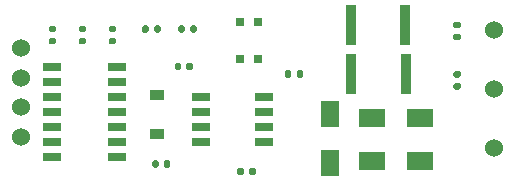
<source format=gbr>
%TF.GenerationSoftware,KiCad,Pcbnew,(5.1.10)-1*%
%TF.CreationDate,2021-09-08T08:36:34-07:00*%
%TF.ProjectId,Max 485 transmitter,4d617820-3438-4352-9074-72616e736d69,rev?*%
%TF.SameCoordinates,Original*%
%TF.FileFunction,Soldermask,Top*%
%TF.FilePolarity,Negative*%
%FSLAX46Y46*%
G04 Gerber Fmt 4.6, Leading zero omitted, Abs format (unit mm)*
G04 Created by KiCad (PCBNEW (5.1.10)-1) date 2021-09-08 08:36:34*
%MOMM*%
%LPD*%
G01*
G04 APERTURE LIST*
%ADD10C,1.524000*%
%ADD11R,0.850000X3.430000*%
%ADD12R,0.850000X3.430001*%
%ADD13R,1.550000X2.200000*%
%ADD14R,2.200000X1.550000*%
%ADD15R,1.500000X0.650000*%
%ADD16R,1.550000X0.700000*%
%ADD17R,0.800000X0.800000*%
%ADD18R,1.200000X0.900000*%
G04 APERTURE END LIST*
%TO.C,C2*%
G36*
G01*
X116720000Y-61765000D02*
X116720000Y-61425000D01*
G75*
G02*
X116860000Y-61285000I140000J0D01*
G01*
X117140000Y-61285000D01*
G75*
G02*
X117280000Y-61425000I0J-140000D01*
G01*
X117280000Y-61765000D01*
G75*
G02*
X117140000Y-61905000I-140000J0D01*
G01*
X116860000Y-61905000D01*
G75*
G02*
X116720000Y-61765000I0J140000D01*
G01*
G37*
G36*
G01*
X115760000Y-61765000D02*
X115760000Y-61425000D01*
G75*
G02*
X115900000Y-61285000I140000J0D01*
G01*
X116180000Y-61285000D01*
G75*
G02*
X116320000Y-61425000I0J-140000D01*
G01*
X116320000Y-61765000D01*
G75*
G02*
X116180000Y-61905000I-140000J0D01*
G01*
X115900000Y-61905000D01*
G75*
G02*
X115760000Y-61765000I0J140000D01*
G01*
G37*
%TD*%
%TO.C,C1*%
G36*
G01*
X118630000Y-53510000D02*
X118630000Y-53170000D01*
G75*
G02*
X118770000Y-53030000I140000J0D01*
G01*
X119050000Y-53030000D01*
G75*
G02*
X119190000Y-53170000I0J-140000D01*
G01*
X119190000Y-53510000D01*
G75*
G02*
X119050000Y-53650000I-140000J0D01*
G01*
X118770000Y-53650000D01*
G75*
G02*
X118630000Y-53510000I0J140000D01*
G01*
G37*
G36*
G01*
X117670000Y-53510000D02*
X117670000Y-53170000D01*
G75*
G02*
X117810000Y-53030000I140000J0D01*
G01*
X118090000Y-53030000D01*
G75*
G02*
X118230000Y-53170000I0J-140000D01*
G01*
X118230000Y-53510000D01*
G75*
G02*
X118090000Y-53650000I-140000J0D01*
G01*
X117810000Y-53650000D01*
G75*
G02*
X117670000Y-53510000I0J140000D01*
G01*
G37*
%TD*%
D10*
%TO.C,Converter101*%
X104673000Y-51769000D03*
X104673000Y-54269000D03*
X104673000Y-56769000D03*
X104673000Y-59269000D03*
X144673000Y-50269000D03*
X144673000Y-55269000D03*
X144673000Y-60269000D03*
%TD*%
D11*
%TO.C,F101*%
X137193000Y-49781500D03*
D12*
X132593000Y-49781500D03*
%TD*%
D13*
%TO.C,D103*%
X130810000Y-57393400D03*
X130810000Y-61493400D03*
%TD*%
D14*
%TO.C,D104*%
X138441000Y-57708800D03*
X134341000Y-57708800D03*
%TD*%
%TO.C,D105*%
X134366000Y-61341000D03*
X138466000Y-61341000D03*
%TD*%
%TO.C,R9*%
G36*
G01*
X141765000Y-50100900D02*
X141395000Y-50100900D01*
G75*
G02*
X141260000Y-49965900I0J135000D01*
G01*
X141260000Y-49695900D01*
G75*
G02*
X141395000Y-49560900I135000J0D01*
G01*
X141765000Y-49560900D01*
G75*
G02*
X141900000Y-49695900I0J-135000D01*
G01*
X141900000Y-49965900D01*
G75*
G02*
X141765000Y-50100900I-135000J0D01*
G01*
G37*
G36*
G01*
X141765000Y-51120900D02*
X141395000Y-51120900D01*
G75*
G02*
X141260000Y-50985900I0J135000D01*
G01*
X141260000Y-50715900D01*
G75*
G02*
X141395000Y-50580900I135000J0D01*
G01*
X141765000Y-50580900D01*
G75*
G02*
X141900000Y-50715900I0J-135000D01*
G01*
X141900000Y-50985900D01*
G75*
G02*
X141765000Y-51120900I-135000J0D01*
G01*
G37*
%TD*%
%TO.C,R8*%
G36*
G01*
X118985000Y-50350000D02*
X118985000Y-49980000D01*
G75*
G02*
X119120000Y-49845000I135000J0D01*
G01*
X119390000Y-49845000D01*
G75*
G02*
X119525000Y-49980000I0J-135000D01*
G01*
X119525000Y-50350000D01*
G75*
G02*
X119390000Y-50485000I-135000J0D01*
G01*
X119120000Y-50485000D01*
G75*
G02*
X118985000Y-50350000I0J135000D01*
G01*
G37*
G36*
G01*
X117965000Y-50350000D02*
X117965000Y-49980000D01*
G75*
G02*
X118100000Y-49845000I135000J0D01*
G01*
X118370000Y-49845000D01*
G75*
G02*
X118505000Y-49980000I0J-135000D01*
G01*
X118505000Y-50350000D01*
G75*
G02*
X118370000Y-50485000I-135000J0D01*
G01*
X118100000Y-50485000D01*
G75*
G02*
X117965000Y-50350000I0J135000D01*
G01*
G37*
%TD*%
%TO.C,R7*%
G36*
G01*
X115935000Y-50350000D02*
X115935000Y-49980000D01*
G75*
G02*
X116070000Y-49845000I135000J0D01*
G01*
X116340000Y-49845000D01*
G75*
G02*
X116475000Y-49980000I0J-135000D01*
G01*
X116475000Y-50350000D01*
G75*
G02*
X116340000Y-50485000I-135000J0D01*
G01*
X116070000Y-50485000D01*
G75*
G02*
X115935000Y-50350000I0J135000D01*
G01*
G37*
G36*
G01*
X114915000Y-50350000D02*
X114915000Y-49980000D01*
G75*
G02*
X115050000Y-49845000I135000J0D01*
G01*
X115320000Y-49845000D01*
G75*
G02*
X115455000Y-49980000I0J-135000D01*
G01*
X115455000Y-50350000D01*
G75*
G02*
X115320000Y-50485000I-135000J0D01*
G01*
X115050000Y-50485000D01*
G75*
G02*
X114915000Y-50350000I0J135000D01*
G01*
G37*
%TD*%
%TO.C,R5*%
G36*
G01*
X112580000Y-50435000D02*
X112210000Y-50435000D01*
G75*
G02*
X112075000Y-50300000I0J135000D01*
G01*
X112075000Y-50030000D01*
G75*
G02*
X112210000Y-49895000I135000J0D01*
G01*
X112580000Y-49895000D01*
G75*
G02*
X112715000Y-50030000I0J-135000D01*
G01*
X112715000Y-50300000D01*
G75*
G02*
X112580000Y-50435000I-135000J0D01*
G01*
G37*
G36*
G01*
X112580000Y-51455000D02*
X112210000Y-51455000D01*
G75*
G02*
X112075000Y-51320000I0J135000D01*
G01*
X112075000Y-51050000D01*
G75*
G02*
X112210000Y-50915000I135000J0D01*
G01*
X112580000Y-50915000D01*
G75*
G02*
X112715000Y-51050000I0J-135000D01*
G01*
X112715000Y-51320000D01*
G75*
G02*
X112580000Y-51455000I-135000J0D01*
G01*
G37*
%TD*%
%TO.C,R4*%
G36*
G01*
X109670000Y-50915000D02*
X110040000Y-50915000D01*
G75*
G02*
X110175000Y-51050000I0J-135000D01*
G01*
X110175000Y-51320000D01*
G75*
G02*
X110040000Y-51455000I-135000J0D01*
G01*
X109670000Y-51455000D01*
G75*
G02*
X109535000Y-51320000I0J135000D01*
G01*
X109535000Y-51050000D01*
G75*
G02*
X109670000Y-50915000I135000J0D01*
G01*
G37*
G36*
G01*
X109670000Y-49895000D02*
X110040000Y-49895000D01*
G75*
G02*
X110175000Y-50030000I0J-135000D01*
G01*
X110175000Y-50300000D01*
G75*
G02*
X110040000Y-50435000I-135000J0D01*
G01*
X109670000Y-50435000D01*
G75*
G02*
X109535000Y-50300000I0J135000D01*
G01*
X109535000Y-50030000D01*
G75*
G02*
X109670000Y-49895000I135000J0D01*
G01*
G37*
%TD*%
%TO.C,R3*%
G36*
G01*
X107130000Y-50915000D02*
X107500000Y-50915000D01*
G75*
G02*
X107635000Y-51050000I0J-135000D01*
G01*
X107635000Y-51320000D01*
G75*
G02*
X107500000Y-51455000I-135000J0D01*
G01*
X107130000Y-51455000D01*
G75*
G02*
X106995000Y-51320000I0J135000D01*
G01*
X106995000Y-51050000D01*
G75*
G02*
X107130000Y-50915000I135000J0D01*
G01*
G37*
G36*
G01*
X107130000Y-49895000D02*
X107500000Y-49895000D01*
G75*
G02*
X107635000Y-50030000I0J-135000D01*
G01*
X107635000Y-50300000D01*
G75*
G02*
X107500000Y-50435000I-135000J0D01*
G01*
X107130000Y-50435000D01*
G75*
G02*
X106995000Y-50300000I0J135000D01*
G01*
X106995000Y-50030000D01*
G75*
G02*
X107130000Y-49895000I135000J0D01*
G01*
G37*
%TD*%
%TO.C,R2*%
G36*
G01*
X123505000Y-62045000D02*
X123505000Y-62415000D01*
G75*
G02*
X123370000Y-62550000I-135000J0D01*
G01*
X123100000Y-62550000D01*
G75*
G02*
X122965000Y-62415000I0J135000D01*
G01*
X122965000Y-62045000D01*
G75*
G02*
X123100000Y-61910000I135000J0D01*
G01*
X123370000Y-61910000D01*
G75*
G02*
X123505000Y-62045000I0J-135000D01*
G01*
G37*
G36*
G01*
X124525000Y-62045000D02*
X124525000Y-62415000D01*
G75*
G02*
X124390000Y-62550000I-135000J0D01*
G01*
X124120000Y-62550000D01*
G75*
G02*
X123985000Y-62415000I0J135000D01*
G01*
X123985000Y-62045000D01*
G75*
G02*
X124120000Y-61910000I135000J0D01*
G01*
X124390000Y-61910000D01*
G75*
G02*
X124525000Y-62045000I0J-135000D01*
G01*
G37*
%TD*%
%TO.C,R1*%
G36*
G01*
X128000000Y-54160000D02*
X128000000Y-53790000D01*
G75*
G02*
X128135000Y-53655000I135000J0D01*
G01*
X128405000Y-53655000D01*
G75*
G02*
X128540000Y-53790000I0J-135000D01*
G01*
X128540000Y-54160000D01*
G75*
G02*
X128405000Y-54295000I-135000J0D01*
G01*
X128135000Y-54295000D01*
G75*
G02*
X128000000Y-54160000I0J135000D01*
G01*
G37*
G36*
G01*
X126980000Y-54160000D02*
X126980000Y-53790000D01*
G75*
G02*
X127115000Y-53655000I135000J0D01*
G01*
X127385000Y-53655000D01*
G75*
G02*
X127520000Y-53790000I0J-135000D01*
G01*
X127520000Y-54160000D01*
G75*
G02*
X127385000Y-54295000I-135000J0D01*
G01*
X127115000Y-54295000D01*
G75*
G02*
X126980000Y-54160000I0J135000D01*
G01*
G37*
%TD*%
%TO.C,R0*%
G36*
G01*
X141765000Y-54268400D02*
X141395000Y-54268400D01*
G75*
G02*
X141260000Y-54133400I0J135000D01*
G01*
X141260000Y-53863400D01*
G75*
G02*
X141395000Y-53728400I135000J0D01*
G01*
X141765000Y-53728400D01*
G75*
G02*
X141900000Y-53863400I0J-135000D01*
G01*
X141900000Y-54133400D01*
G75*
G02*
X141765000Y-54268400I-135000J0D01*
G01*
G37*
G36*
G01*
X141765000Y-55288400D02*
X141395000Y-55288400D01*
G75*
G02*
X141260000Y-55153400I0J135000D01*
G01*
X141260000Y-54883400D01*
G75*
G02*
X141395000Y-54748400I135000J0D01*
G01*
X141765000Y-54748400D01*
G75*
G02*
X141900000Y-54883400I0J-135000D01*
G01*
X141900000Y-55153400D01*
G75*
G02*
X141765000Y-55288400I-135000J0D01*
G01*
G37*
%TD*%
D15*
%TO.C,IC102*%
X125255000Y-55880000D03*
X125255000Y-57150000D03*
X125255000Y-58420000D03*
X125255000Y-59690000D03*
X119855000Y-59690000D03*
X119855000Y-58420000D03*
X119855000Y-57150000D03*
X119855000Y-55880000D03*
%TD*%
D16*
%TO.C,IC101*%
X112765000Y-53340000D03*
X112765000Y-54610000D03*
X112765000Y-55880000D03*
X112765000Y-57150000D03*
X112765000Y-58420000D03*
X112765000Y-59690000D03*
X112765000Y-60960000D03*
X107315000Y-60960000D03*
X107315000Y-59690000D03*
X107315000Y-58420000D03*
X107315000Y-57150000D03*
X107315000Y-55880000D03*
X107315000Y-54610000D03*
X107315000Y-53340000D03*
%TD*%
D11*
%TO.C,F102*%
X137215000Y-53975000D03*
X132615000Y-53975000D03*
%TD*%
D17*
%TO.C,D102*%
X123190000Y-49530000D03*
X124690000Y-49530000D03*
%TD*%
%TO.C,D101*%
X123190000Y-52705000D03*
X124690000Y-52705000D03*
%TD*%
D18*
%TO.C,D1*%
X116205000Y-55755000D03*
X116205000Y-59055000D03*
%TD*%
M02*

</source>
